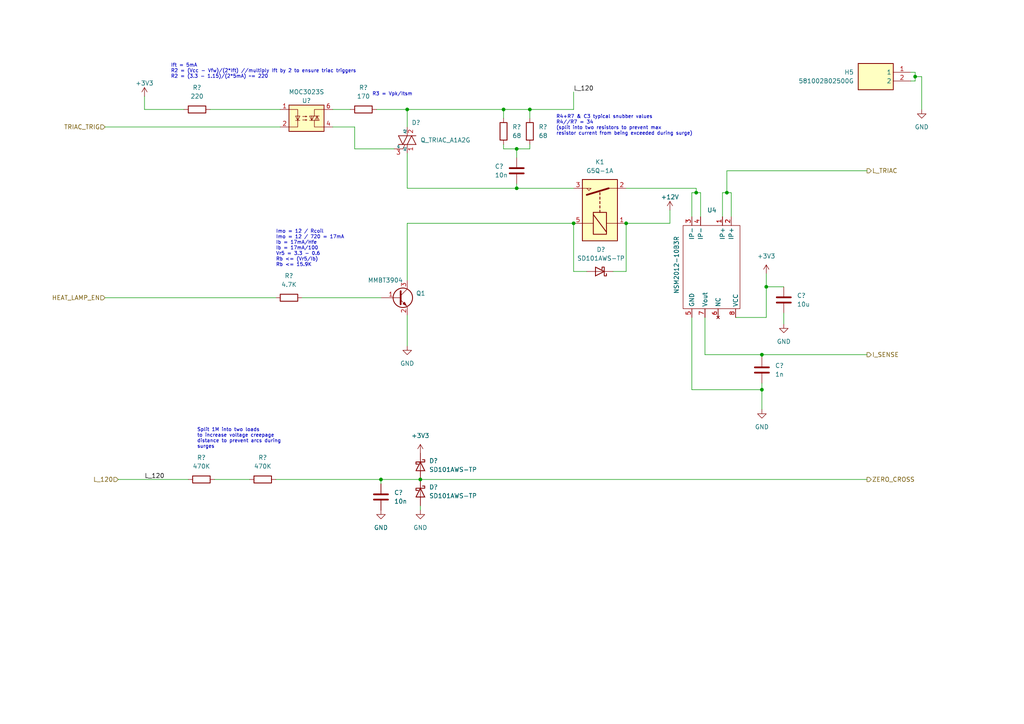
<source format=kicad_sch>
(kicad_sch (version 20230121) (generator eeschema)
  (paper "A4")
  (lib_symbols
    (symbol "BiltongBoard:581002B02500G"
      (property "Reference" "H" (at 16.51 7.62 0))
      (property "Value" "581002B02500G" (at 16.51 5.08 0))
      (symbol "581002B02500G_1_1"
        (rectangle (start 5.08 2.54) (end 15.24 -5.08) (stroke (width 0.254)) (fill (type background)))
        (pin passive line (at 0 0 0) (length 5.08) (name "1") (number "1"))
        (pin passive line (at 0 -2.54 0) (length 5.08) (name "2") (number "2"))
      )
    )
    (symbol "BiltongBoard:NSM2012-10B3R-DSPR"
      (property "Reference" "U*" (at 8.89 2.54 0))
      (symbol "NSM2012-10B3R-DSPR_0_1"
        (rectangle (start 0 0) (end 24.13 -16.51))
      )
      (symbol "NSM2012-10B3R-DSPR_1_1"
        (pin passive line (at 26.67 -11.43 180) (length 2.54) (name "IP+") (number "1"))
        (pin passive line (at 26.67 -13.97 180) (length 2.54) (name "IP+") (number "2"))
        (pin passive line (at 26.67 -2.54 180) (length 2.54) (name "IP-") (number "3"))
        (pin passive line (at 26.67 -5.08 180) (length 2.54) (name "IP-") (number "4"))
        (pin power_in line (at -2.54 -2.54 0) (length 2.54) (name "GND") (number "5"))
        (pin no_connect line (at -2.54 -10.16 0) (length 2.54) (name "NC") (number "6"))
        (pin output line (at -2.54 -6.35 0) (length 2.54) (name "Vout") (number "7"))
        (pin power_in line (at -2.54 -15.24 0) (length 2.54) (name "VCC") (number "8"))
      )
    )
    (symbol "Device:C" (pin_numbers hide) (pin_names (offset 0.254))
      (property "Reference" "C" (at 0.635 2.54 0))
      (property "Value" "C" (at 0.635 -2.54 0))
      (symbol "C_0_1"
        (polyline (pts (xy -2.032 -0.762) (xy 2.032 -0.762)) (stroke (width 0.508)))
        (polyline (pts (xy -2.032 0.762) (xy 2.032 0.762)) (stroke (width 0.508)))
      )
      (symbol "C_1_1"
        (pin passive line (at 0 3.81 270) (length 2.794) (name "~") (number "1"))
        (pin passive line (at 0 -3.81 90) (length 2.794) (name "~") (number "2"))
      )
    )
    (symbol "Device:D_Schottky" (pin_numbers hide) (pin_names (offset 1.016) hide)
      (property "Reference" "D" (at 0 2.54 0))
      (property "Value" "D_Schottky" (at 0 -2.54 0))
      (symbol "D_Schottky_0_1"
        (polyline (pts (xy 1.27 0) (xy -1.27 0)))
        (polyline (pts (xy 1.27 1.27) (xy 1.27 -1.27) (xy -1.27 0) (xy 1.27 1.27)) (stroke (width 0.254)))
        (polyline (pts (xy -1.905 0.635) (xy -1.905 1.27) (xy -1.27 1.27) (xy -1.27 -1.27) (xy -0.635 -1.27) (xy -0.635 -0.635)) (stroke (width 0.254)))
      )
      (symbol "D_Schottky_1_1"
        (pin passive line (at -3.81 0 0) (length 2.54) (name "K") (number "1"))
        (pin passive line (at 3.81 0 180) (length 2.54) (name "A") (number "2"))
      )
    )
    (symbol "Device:Q_TRIAC_A1A2G" (pin_names (offset 0))
      (property "Reference" "D" (at 3.175 0.635 0))
      (property "Value" "Q_TRIAC_A1A2G" (at 3.175 -1.27 0))
      (symbol "Q_TRIAC_A1A2G_0_1"
        (polyline (pts (xy -2.54 -1.27) (xy 2.54 -1.27)) (stroke (width 0.2032)))
        (polyline (pts (xy -2.54 1.27) (xy 2.54 1.27)) (stroke (width 0.2032)))
        (polyline (pts (xy -1.27 -2.54) (xy -0.635 -1.27)))
        (polyline (pts (xy -2.54 1.27) (xy -1.27 -1.27) (xy 0 1.27)) (stroke (width 0.2032)))
        (polyline (pts (xy 0 -1.27) (xy 1.27 1.27) (xy 2.54 -1.27)) (stroke (width 0.2032)))
      )
      (symbol "Q_TRIAC_A1A2G_1_1"
        (pin passive line (at 0 -3.81 90) (length 2.54) (name "A1") (number "1"))
        (pin passive line (at 0 3.81 270) (length 2.54) (name "A2") (number "2"))
        (pin input line (at -3.81 -2.54 0) (length 2.54) (name "G") (number "3"))
      )
    )
    (symbol "Device:R" (pin_numbers hide) (pin_names (offset 0))
      (property "Reference" "R" (at 2.032 0 90))
      (property "Value" "R" (at 0 0 90))
      (symbol "R_0_1"
        (rectangle (start -1.016 -2.54) (end 1.016 2.54) (stroke (width 0.254)))
      )
      (symbol "R_1_1"
        (pin passive line (at 0 3.81 270) (length 1.27) (name "~") (number "1"))
        (pin passive line (at 0 -3.81 90) (length 1.27) (name "~") (number "2"))
      )
    )
    (symbol "Relay:G5Q-1A"
      (property "Reference" "K" (at 8.89 3.81 0))
      (property "Value" "G5Q-1A" (at 8.89 1.27 0))
      (symbol "G5Q-1A_0_0"
        (polyline (pts (xy 5.08 5.08) (xy 5.08 2.54) (xy 4.445 3.175) (xy 5.08 3.81)))
      )
      (symbol "G5Q-1A_0_1"
        (rectangle (start -10.16 5.08) (end 7.62 -5.08) (stroke (width 0.254)) (fill (type background)))
        (rectangle (start -8.255 1.905) (end -1.905 -1.905) (stroke (width 0.254)))
        (polyline (pts (xy -7.62 -1.905) (xy -2.54 1.905)) (stroke (width 0.254)))
        (polyline (pts (xy -5.08 -5.08) (xy -5.08 -1.905)))
        (polyline (pts (xy -5.08 5.08) (xy -5.08 1.905)))
        (polyline (pts (xy -1.905 0) (xy -1.27 0)) (stroke (width 0.254)))
        (polyline (pts (xy -0.635 0) (xy 0 0)) (stroke (width 0.254)))
        (polyline (pts (xy 0.635 0) (xy 1.27 0)) (stroke (width 0.254)))
        (polyline (pts (xy 1.905 0) (xy 2.54 0)) (stroke (width 0.254)))
        (polyline (pts (xy 3.175 0) (xy 3.81 0)) (stroke (width 0.254)))
        (polyline (pts (xy 5.08 -2.54) (xy 3.175 3.81)) (stroke (width 0.508)))
        (polyline (pts (xy 5.08 -2.54) (xy 5.08 -5.08)))
      )
      (symbol "G5Q-1A_1_1"
        (pin passive line (at -5.08 -7.62 90) (length 2.54) (name "~") (number "1"))
        (pin passive line (at 5.08 -7.62 90) (length 2.54) (name "~") (number "2"))
        (pin passive line (at 5.08 7.62 270) (length 2.54) (name "~") (number "3"))
        (pin passive line (at -5.08 7.62 270) (length 2.54) (name "~") (number "5"))
      )
    )
    (symbol "Relay_SolidState:MOC3023M"
      (property "Reference" "U" (at -5.334 4.826 0))
      (property "Value" "MOC3023M" (at 0 5.08 0))
      (symbol "MOC3023M_0_1"
        (rectangle (start -5.08 3.81) (end 5.08 -3.81) (stroke (width 0.254)) (fill (type background)))
        (polyline (pts (xy -3.175 -0.635) (xy -1.905 -0.635)))
        (polyline (pts (xy 1.524 -0.635) (xy 1.524 0.635)))
        (polyline (pts (xy 3.048 0.635) (xy 3.048 -0.635)))
        (polyline (pts (xy 2.286 -0.635) (xy 2.286 -2.54) (xy 5.08 -2.54)))
        (polyline (pts (xy 2.286 0.635) (xy 2.286 2.54) (xy 5.08 2.54)))
        (polyline (pts (xy -5.08 2.54) (xy -2.54 2.54) (xy -2.54 -2.54) (xy -5.08 -2.54)))
        (polyline (pts (xy -2.54 -0.635) (xy -3.175 0.635) (xy -1.905 0.635) (xy -2.54 -0.635)))
        (polyline (pts (xy 0.889 -0.635) (xy 3.683 -0.635) (xy 3.048 0.635) (xy 2.413 -0.635)))
        (polyline (pts (xy 3.683 0.635) (xy 0.889 0.635) (xy 1.524 -0.635) (xy 2.159 0.635)))
        (polyline (pts (xy -1.143 -0.508) (xy 0.127 -0.508) (xy -0.254 -0.635) (xy -0.254 -0.381) (xy 0.127 -0.508)))
        (polyline (pts (xy -1.143 0.508) (xy 0.127 0.508) (xy -0.254 0.381) (xy -0.254 0.635) (xy 0.127 0.508)))
      )
      (symbol "MOC3023M_1_1"
        (pin passive line (at -7.62 2.54 0) (length 2.54) (name "~") (number "1"))
        (pin passive line (at -7.62 -2.54 0) (length 2.54) (name "~") (number "2"))
        (pin no_connect line (at -5.08 0 0) (length 2.54) hide (name "NC") (number "3"))
        (pin passive line (at 7.62 -2.54 180) (length 2.54) (name "~") (number "4"))
        (pin no_connect line (at 5.08 0 180) (length 2.54) hide (name "NC") (number "5"))
        (pin passive line (at 7.62 2.54 180) (length 2.54) (name "~") (number "6"))
      )
    )
    (symbol "Transistor_BJT:MMBT3904" (pin_names (offset 0) hide)
      (property "Reference" "Q" (at 5.08 1.905 0))
      (property "Value" "MMBT3904" (at 5.08 0 0))
      (symbol "MMBT3904_0_1"
        (polyline (pts (xy 0.635 0.635) (xy 2.54 2.54)))
        (polyline (pts (xy 0.635 -0.635) (xy 2.54 -2.54) (xy 2.54 -2.54)))
        (polyline (pts (xy 0.635 1.905) (xy 0.635 -1.905) (xy 0.635 -1.905)) (stroke (width 0.508)))
        (polyline (pts (xy 1.27 -1.778) (xy 1.778 -1.27) (xy 2.286 -2.286) (xy 1.27 -1.778) (xy 1.27 -1.778)) (fill (type outline)))
        (circle (center 1.27 0) (radius 2.8194) (stroke (width 0.254)))
      )
      (symbol "MMBT3904_1_1"
        (pin input line (at -5.08 0 0) (length 5.715) (name "B") (number "1"))
        (pin passive line (at 2.54 -5.08 90) (length 2.54) (name "E") (number "2"))
        (pin passive line (at 2.54 5.08 270) (length 2.54) (name "C") (number "3"))
      )
    )
    (symbol "power:+12V" (power) (pin_names (offset 0))
      (property "Value" "+12V" (at 0 3.556 0))
      (symbol "+12V_0_1"
        (polyline (pts (xy -0.762 1.27) (xy 0 2.54)))
        (polyline (pts (xy 0 0) (xy 0 2.54)))
        (polyline (pts (xy 0 2.54) (xy 0.762 1.27)))
      )
      (symbol "+12V_1_1"
        (pin power_in line (at 0 0 90) (length 0) hide (name "+12V") (number "1"))
      )
    )
    (symbol "power:+3V3" (power) (pin_names (offset 0))
      (property "Value" "+3V3" (at 0 3.556 0))
      (symbol "+3V3_0_1"
        (polyline (pts (xy -0.762 1.27) (xy 0 2.54)))
        (polyline (pts (xy 0 0) (xy 0 2.54)))
        (polyline (pts (xy 0 2.54) (xy 0.762 1.27)))
      )
      (symbol "+3V3_1_1"
        (pin power_in line (at 0 0 90) (length 0) hide (name "+3V3") (number "1"))
      )
    )
    (symbol "power:GND" (power) (pin_names (offset 0))
      (property "Value" "GND" (at 0 -3.81 0))
      (symbol "GND_0_1"
        (polyline (pts (xy 0 0) (xy 0 -1.27) (xy 1.27 -1.27) (xy 0 -2.54) (xy -1.27 -1.27) (xy 0 -1.27)))
      )
      (symbol "GND_1_1"
        (pin power_in line (at 0 0 270) (length 0) hide (name "GND") (number "1"))
      )
    )
  )
  (junction (at 149.86 43.18))
  (junction (at 222.25 83.185))
  (junction (at 149.86 54.61))
  (junction (at 181.61 64.77))
  (junction (at 210.82 55.88))
  (junction (at 265.43 22.225))
  (junction (at 220.98 113.03))
  (junction (at 220.98 102.87))
  (junction (at 166.37 64.77))
  (junction (at 118.11 31.75))
  (junction (at 201.93 55.88))
  (junction (at 110.49 139.065))
  (junction (at 146.05 31.75))
  (junction (at 153.67 31.75))
  (junction (at 121.92 139.065))
  (wire (pts (xy 227.33 83.185) (xy 222.25 83.185)))
  (wire (pts (xy 264.16 20.955) (xy 265.43 20.955)))
  (wire (pts (xy 201.93 55.88) (xy 203.2 55.88)))
  (wire (pts (xy 149.86 43.18) (xy 153.67 43.18)))
  (wire (pts (xy 118.11 91.44) (xy 118.11 100.33)))
  (wire (pts (xy 220.98 102.87) (xy 220.98 103.505)))
  (wire (pts (xy 149.86 54.61) (xy 166.37 54.61)))
  (wire (pts (xy 227.33 90.805) (xy 227.33 93.98)))
  (wire (pts (xy 41.91 27.94) (xy 41.91 31.75)))
  (wire (pts (xy 149.86 53.34) (xy 149.86 54.61)))
  (wire (pts (xy 41.91 31.75) (xy 53.34 31.75)))
  (wire (pts (xy 204.47 102.87) (xy 220.98 102.87)))
  (wire (pts (xy 194.31 60.96) (xy 194.31 64.77)))
  (wire (pts (xy 200.66 55.88) (xy 201.93 55.88)))
  (wire (pts (xy 170.18 78.74) (xy 166.37 78.74)))
  (wire (pts (xy 267.335 22.225) (xy 267.335 31.75)))
  (wire (pts (xy 265.43 20.955) (xy 265.43 22.225)))
  (wire (pts (xy 109.22 31.75) (xy 118.11 31.75)))
  (wire (pts (xy 30.48 86.36) (xy 80.01 86.36)))
  (wire (pts (xy 210.82 55.88) (xy 210.82 49.53)))
  (wire (pts (xy 209.55 55.88) (xy 209.55 62.865)))
  (wire (pts (xy 118.11 81.28) (xy 118.11 64.77)))
  (wire (pts (xy 110.49 139.065) (xy 110.49 140.335)))
  (wire (pts (xy 146.05 31.75) (xy 153.67 31.75)))
  (wire (pts (xy 146.05 41.91) (xy 146.05 43.18)))
  (wire (pts (xy 62.23 139.065) (xy 72.39 139.065)))
  (wire (pts (xy 60.96 31.75) (xy 81.28 31.75)))
  (wire (pts (xy 87.63 86.36) (xy 110.49 86.36)))
  (wire (pts (xy 153.67 31.75) (xy 166.37 31.75)))
  (wire (pts (xy 118.11 36.83) (xy 118.11 31.75)))
  (wire (pts (xy 220.98 113.03) (xy 220.98 118.745)))
  (wire (pts (xy 118.11 44.45) (xy 118.11 54.61)))
  (wire (pts (xy 265.43 23.495) (xy 264.16 23.495)))
  (wire (pts (xy 265.43 22.225) (xy 267.335 22.225)))
  (wire (pts (xy 102.87 36.83) (xy 96.52 36.83)))
  (wire (pts (xy 114.3 43.18) (xy 102.87 43.18)))
  (wire (pts (xy 201.93 54.61) (xy 201.93 55.88)))
  (wire (pts (xy 212.09 55.88) (xy 212.09 62.865)))
  (wire (pts (xy 210.82 49.53) (xy 251.46 49.53)))
  (wire (pts (xy 166.37 26.67) (xy 166.37 31.75)))
  (wire (pts (xy 181.61 54.61) (xy 201.93 54.61)))
  (wire (pts (xy 209.55 55.88) (xy 210.82 55.88)))
  (wire (pts (xy 96.52 31.75) (xy 101.6 31.75)))
  (wire (pts (xy 200.66 92.075) (xy 200.66 113.03)))
  (wire (pts (xy 102.87 36.83) (xy 102.87 43.18)))
  (wire (pts (xy 153.67 41.91) (xy 153.67 43.18)))
  (wire (pts (xy 80.01 139.065) (xy 110.49 139.065)))
  (wire (pts (xy 30.48 36.83) (xy 81.28 36.83)))
  (wire (pts (xy 220.98 111.125) (xy 220.98 113.03)))
  (wire (pts (xy 121.92 146.685) (xy 121.92 147.955)))
  (wire (pts (xy 181.61 64.77) (xy 181.61 78.74)))
  (wire (pts (xy 213.36 92.075) (xy 222.25 92.075)))
  (wire (pts (xy 118.11 31.75) (xy 146.05 31.75)))
  (wire (pts (xy 146.05 34.29) (xy 146.05 31.75)))
  (wire (pts (xy 149.86 43.18) (xy 146.05 43.18)))
  (wire (pts (xy 149.86 45.72) (xy 149.86 43.18)))
  (wire (pts (xy 203.2 55.88) (xy 203.2 62.865)))
  (wire (pts (xy 200.66 113.03) (xy 220.98 113.03)))
  (wire (pts (xy 177.8 78.74) (xy 181.61 78.74)))
  (wire (pts (xy 222.25 79.375) (xy 222.25 83.185)))
  (wire (pts (xy 34.29 139.065) (xy 54.61 139.065)))
  (wire (pts (xy 181.61 64.77) (xy 194.31 64.77)))
  (wire (pts (xy 222.25 83.185) (xy 222.25 92.075)))
  (wire (pts (xy 204.47 102.87) (xy 204.47 92.075)))
  (wire (pts (xy 265.43 22.225) (xy 265.43 23.495)))
  (wire (pts (xy 153.67 34.29) (xy 153.67 31.75)))
  (wire (pts (xy 200.66 62.865) (xy 200.66 55.88)))
  (wire (pts (xy 210.82 55.88) (xy 212.09 55.88)))
  (wire (pts (xy 166.37 78.74) (xy 166.37 64.77)))
  (wire (pts (xy 118.11 54.61) (xy 149.86 54.61)))
  (wire (pts (xy 121.92 139.065) (xy 251.46 139.065)))
  (wire (pts (xy 220.98 102.87) (xy 251.46 102.87)))
  (wire (pts (xy 110.49 139.065) (xy 121.92 139.065)))
  (wire (pts (xy 118.11 64.77) (xy 166.37 64.77)))
  (text "Split 1M into two loads\nto increase voltage creepage \ndistance to prevent arcs during\nsurges\n" (at 57.15 130.175 0) (effects (font (size 1 1)) (justify left bottom)))
  (text "R4+R7 & C3 typical snubber values\nR4//R7 = 34 \n(split into two resistors to prevent max \nresistor current from being exceeded during surge)" (at 161.29 39.37 0) (effects (font (size 1 1)) (justify left bottom)))
  (text "Imo = 12 / Rcoil \nImo = 12 / 720 = 17mA\nIb = 17mA/Hfe \nIb = 17mA/100  \nVr5 = 3.3 - 0.6 \nRb <= (Vr5/Ib) \nRb <= 15.9K" (at 80.01 77.47 0) (effects (font (size 1 1)) (justify left bottom)))
  (text "R3 = Vpk/Itsm" (at 107.95 27.94 0) (effects (font (size 1 1)) (justify left bottom)))
  (text "Ift = 5mA\nR2 = (Vcc - Vfw)/(2*Ift) //multiply Ift by 2 to ensure triac triggers\nR2 = (3.3 - 1.15)/(2*5mA) ~= 220\n" (at 49.53 22.86 0) (effects (font (size 1 1)) (justify left bottom)))
  (label "L_120" (at 166.37 26.67 0))
  (label "L_120" (at 41.91 139.065 0))
  (hierarchical_label "I_SENSE" (shape output) (at 251.46 102.87 0))
  (hierarchical_label "L_120" (shape input) (at 34.29 139.065 180))
  (hierarchical_label "ZERO_CROSS" (shape output) (at 251.46 139.065 0))
  (hierarchical_label "TRIAC_TRIG" (shape input) (at 30.48 36.83 180))
  (hierarchical_label "L_TRIAC" (shape output) (at 251.46 49.53 0))
  (hierarchical_label "HEAT_LAMP_EN" (shape input) (at 30.48 86.36 180))
  (symbol (lib_id "Relay_SolidState:MOC3023M") (at 88.9 34.29 0) (unit 1)
    (property "Reference" "U?" (at 88.9 29.21 0))
    (property "Value" "MOC3023S" (at 88.9 26.67 0))
    (property "Footprint" "Package_DIP:DIP-6_W8.89mm_SMDSocket_LongPads" (effects hide))
    (property "Datasheet" "https://www.digikey.ca/en/products/detail/liteon/MOC3023S/385849" (effects hide))
    (instances (project "biltong_board_main" (path "" (reference "U?") (unit 1)) (path "" (reference "U2") (unit 1))))
  )
  (symbol (lib_id "power:+3V3") (at 41.91 27.94 0) (unit 1)
    (property "Reference" "#PWR?" (effects hide))
    (property "Value" "+3V3" (at 41.91 24.13 0))
    (instances (project "biltong_board_main" (path "" (reference "#PWR?") (unit 1)) (path "" (reference "#PWR06") (unit 1))))
  )
  (symbol (lib_id "Device:R") (at 76.2 139.065 90) (unit 1)
    (property "Reference" "R?" (at 76.2 132.715 90))
    (property "Value" "470K" (at 76.2 135.255 90))
    (property "Footprint" "Resistor_SMD:R_2010_5025Metric" (effects hide))
    (instances (project "biltong_board_main" (path "" (reference "R?") (unit 1)) (path "" (reference "R6") (unit 1))))
  )
  (symbol (lib_id "Device:C") (at 149.86 49.53 0) (unit 1)
    (property "Reference" "C?" (at 143.51 48.26 0) (effects (justify left)))
    (property "Value" "10n" (at 143.51 50.8 0) (effects (justify left)))
    (property "Footprint" "Capacitor_THT:C_Rect_L13.0mm_W5.0mm_P10.00mm_FKS3_FKP3_MKS4" (effects hide))
    (property "Datasheet" "https://www.digikey.ca/en/products/detail/w%C3%BCrth-elektronik/890334023006CS/5038849" (effects hide))
    (instances (project "biltong_board_main" (path "" (reference "C?") (unit 1)) (path "" (reference "C3") (unit 1))))
  )
  (symbol (lib_id "Device:D_Schottky") (at 121.92 135.255 270) (unit 1)
    (property "Reference" "D?" (at 124.46 133.6675 90) (effects (justify left)))
    (property "Value" "SD101AWS-TP" (at 124.46 136.2075 90) (effects (justify left)))
    (property "Footprint" "Diode_SMD:D_SOD-323" (effects hide))
    (property "Datasheet" "https://www.digikey.com/en/products/detail/micro-commercial-co/SD101AWS-TP/717300" (effects hide))
    (instances (project "biltong_board_main" (path "" (reference "D?") (unit 1)) (path "" (reference "D1") (unit 1))))
  )
  (symbol (lib_id "Device:C") (at 110.49 144.145 0) (unit 1)
    (property "Reference" "C?" (at 114.3 142.875 0) (effects (justify left)))
    (property "Value" "10n" (at 114.3 145.415 0) (effects (justify left)))
    (property "Footprint" "Capacitor_SMD:C_0603_1608Metric" (effects hide))
    (instances (project "biltong_board_main" (path "" (reference "C?") (unit 1)) (path "" (reference "C2") (unit 1))))
  )
  (symbol (lib_id "Transistor_BJT:MMBT3904") (at 115.57 86.36 0) (unit 1)
    (property "Reference" "Q1" (at 120.65 85.09 0) (effects (justify left)))
    (property "Value" "MMBT3904" (at 106.68 81.28 0) (effects (justify left)))
    (property "Footprint" "Package_TO_SOT_SMD:SOT-23" (effects hide))
    (property "Datasheet" "https://www.onsemi.com/pub/Collateral/2N3903-D.PDF" (effects hide))
  )
  (symbol (lib_id "Device:R") (at 105.41 31.75 90) (unit 1)
    (property "Reference" "R?" (at 105.41 25.4 90))
    (property "Value" "170" (at 105.41 27.94 90))
    (property "Footprint" "Resistor_SMD:R_2010_5025Metric" (effects hide))
    (instances (project "biltong_board_main" (path "" (reference "R?") (unit 1)) (path "" (reference "R3") (unit 1))))
  )
  (symbol (lib_id "Device:R") (at 57.15 31.75 90) (unit 1)
    (property "Reference" "R?" (at 57.15 25.4 90))
    (property "Value" "220" (at 57.15 27.94 90))
    (property "Footprint" "Resistor_SMD:R_0603_1608Metric" (effects hide))
    (instances (project "biltong_board_main" (path "" (reference "R?") (unit 1)) (path "" (reference "R2") (unit 1))))
  )
  (symbol (lib_id "BiltongBoard:NSM2012-10B3R-DSPR") (at 198.12 89.535 90) (unit 1)
    (property "Reference" "U4" (at 205.105 60.96 90) (effects (justify right)))
    (property "Value" "NSM2012-10B3R" (at 196.215 76.835 0))
    (property "Footprint" "Package_SO:SOIC-8_3.9x4.9mm_P1.27mm" (effects hide))
    (property "Datasheet" "https://www.digikey.ca/en/products/detail/novosense/NSM2012-10B3R-DSPR/22188770" (effects hide))
  )
  (symbol (lib_id "Device:R") (at 58.42 139.065 90) (unit 1)
    (property "Reference" "R?" (at 58.42 132.715 90))
    (property "Value" "470K" (at 58.42 135.255 90))
    (property "Footprint" "Resistor_SMD:R_2010_5025Metric" (effects hide))
    (instances (project "biltong_board_main" (path "" (reference "R?") (unit 1)) (path "" (reference "R1") (unit 1))))
  )
  (symbol (lib_id "Device:D_Schottky") (at 173.99 78.74 180) (unit 1)
    (property "Reference" "D?" (at 174.3075 72.39 0))
    (property "Value" "SD101AWS-TP" (at 174.3075 74.93 0))
    (property "Footprint" "Diode_SMD:D_SOD-323" (effects hide))
    (property "Datasheet" "https://www.digikey.com/en/products/detail/micro-commercial-co/SD101AWS-TP/717300" (effects hide))
    (instances (project "biltong_board_main" (path "" (reference "D?") (unit 1)) (path "" (reference "D4") (unit 1))))
  )
  (symbol (lib_id "power:GND") (at 227.33 93.98 0) (unit 1)
    (property "Reference" "#PWR02" (effects hide))
    (property "Value" "GND" (at 227.33 99.06 0))
    (instances (project "biltong_board_main" (path "" (reference "#PWR02") (unit 1)) (path "" (reference "#PWR066") (unit 1))))
  )
  (symbol (lib_id "power:GND") (at 118.11 100.33 0) (unit 1)
    (property "Reference" "#PWR02" (effects hide))
    (property "Value" "GND" (at 118.11 105.41 0))
    (instances (project "biltong_board_main" (path "" (reference "#PWR02") (unit 1)) (path "" (reference "#PWR010") (unit 1))))
  )
  (symbol (lib_id "Relay:G5Q-1A") (at 173.99 59.69 90) (unit 1)
    (property "Reference" "K1" (at 173.99 46.99 90))
    (property "Value" "G5Q-1A" (at 173.99 49.53 90))
    (property "Footprint" "BiltongBoardLib:Relay_SPST_Omron-G5Q-1A_w_model" (effects hide))
    (property "Datasheet" "https://www.omron.com/ecb/products/pdf/en-g5q.pdf" (effects hide))
  )
  (symbol (lib_id "power:+3V3") (at 121.92 131.445 0) (unit 1)
    (property "Reference" "#PWR?" (effects hide))
    (property "Value" "+3V3" (at 121.92 126.365 0))
    (instances (project "biltong_board_main" (path "" (reference "#PWR?") (unit 1)) (path "" (reference "#PWR08") (unit 1))))
  )
  (symbol (lib_id "Device:R") (at 146.05 38.1 180) (unit 1)
    (property "Reference" "R?" (at 148.59 36.83 0) (effects (justify right)))
    (property "Value" "68" (at 148.59 39.37 0) (effects (justify right)))
    (property "Footprint" "Resistor_SMD:R_2010_5025Metric" (effects hide))
    (instances (project "biltong_board_main" (path "" (reference "R?") (unit 1)) (path "" (reference "R4") (unit 1))))
  )
  (symbol (lib_id "Device:R") (at 83.82 86.36 90) (unit 1)
    (property "Reference" "R?" (at 83.82 80.01 90))
    (property "Value" "4.7K" (at 83.82 82.55 90))
    (property "Footprint" "Resistor_SMD:R_0603_1608Metric" (effects hide))
    (instances (project "biltong_board_main" (path "" (reference "R?") (unit 1)) (path "" (reference "R5") (unit 1))))
  )
  (symbol (lib_id "Device:C") (at 227.33 86.995 0) (unit 1)
    (property "Reference" "C?" (at 231.14 85.725 0) (effects (justify left)))
    (property "Value" "10u" (at 231.14 88.265 0) (effects (justify left)))
    (property "Footprint" "Capacitor_SMD:C_0603_1608Metric" (effects hide))
    (property "Datasheet" "https://www.digikey.ca/en/products/detail/samsung-electro-mechanics/CL10A106MQ8NNNC/3886777" (effects hide))
    (instances (project "biltong_board_main" (path "" (reference "C?") (unit 1)) (path "" (reference "C21") (unit 1))))
  )
  (symbol (lib_id "power:GND") (at 110.49 147.955 0) (unit 1)
    (property "Reference" "#PWR02" (effects hide))
    (property "Value" "GND" (at 110.49 153.035 0))
    (instances (project "biltong_board_main" (path "" (reference "#PWR02") (unit 1)) (path "" (reference "#PWR09") (unit 1))))
  )
  (symbol (lib_id "power:GND") (at 121.92 147.955 0) (unit 1)
    (property "Reference" "#PWR02" (effects hide))
    (property "Value" "GND" (at 121.92 153.035 0))
    (instances (project "biltong_board_main" (path "" (reference "#PWR02") (unit 1)) (path "" (reference "#PWR07") (unit 1))))
  )
  (symbol (lib_id "power:GND") (at 220.98 118.745 0) (unit 1)
    (property "Reference" "#PWR02" (effects hide))
    (property "Value" "GND" (at 220.98 123.825 0))
    (instances (project "biltong_board_main" (path "" (reference "#PWR02") (unit 1)) (path "" (reference "#PWR067") (unit 1))))
  )
  (symbol (lib_id "power:GND") (at 267.335 31.75 0) (unit 1)
    (property "Reference" "#PWR02" (effects hide))
    (property "Value" "GND" (at 267.335 36.83 0))
    (instances (project "biltong_board_main" (path "" (reference "#PWR02") (unit 1)) (path "" (reference "#PWR069") (unit 1))))
  )
  (symbol (lib_id "power:+12V") (at 194.31 60.96 0) (unit 1)
    (property "Reference" "#PWR011" (effects hide))
    (property "Value" "+12V" (at 194.31 57.15 0))
  )
  (symbol (lib_id "Device:C") (at 220.98 107.315 0) (unit 1)
    (property "Reference" "C?" (at 224.79 106.045 0) (effects (justify left)))
    (property "Value" "1n" (at 224.79 108.585 0) (effects (justify left)))
    (property "Footprint" "Capacitor_SMD:C_0603_1608Metric" (effects hide))
    (property "Datasheet" "https://www.digikey.ca/en/products/detail/kemet/C0603C102K5RACTU/411081" (effects hide))
    (instances (project "biltong_board_main" (path "" (reference "C?") (unit 1)) (path "" (reference "C22") (unit 1))))
  )
  (symbol (lib_id "Device:Q_TRIAC_A1A2G") (at 118.11 40.64 0) (unit 1)
    (property "Reference" "D?" (at 119.38 35.56 0) (effects (justify left)))
    (property "Value" "Q_TRIAC_A1A2G" (at 121.92 40.64 0) (effects (justify left)))
    (property "Footprint" "Package_TO_SOT_THT:TO-220-3_Vertical" (effects hide))
    (property "Datasheet" "https://www.digikey.com/en/products/detail/ween-semiconductors/BTA206X-800CT-127/2779853" (effects hide))
    (instances (project "biltong_board_main" (path "" (reference "D?") (unit 1)) (path "" (reference "D3") (unit 1))))
  )
  (symbol (lib_id "power:+3V3") (at 222.25 79.375 0) (unit 1)
    (property "Reference" "#PWR?" (effects hide))
    (property "Value" "+3V3" (at 222.25 74.295 0))
    (instances (project "biltong_board_main" (path "" (reference "#PWR?") (unit 1)) (path "" (reference "#PWR065") (unit 1))))
  )
  (symbol (lib_id "Device:R") (at 153.67 38.1 180) (unit 1)
    (property "Reference" "R?" (at 156.21 36.83 0) (effects (justify right)))
    (property "Value" "68" (at 156.21 39.37 0) (effects (justify right)))
    (property "Footprint" "Resistor_SMD:R_2010_5025Metric" (effects hide))
    (instances (project "biltong_board_main" (path "" (reference "R?") (unit 1)) (path "" (reference "R7") (unit 1))))
  )
  (symbol (lib_id "Device:D_Schottky") (at 121.92 142.875 270) (unit 1)
    (property "Reference" "D?" (at 124.46 141.2875 90) (effects (justify left)))
    (property "Value" "SD101AWS-TP" (at 124.46 143.8275 90) (effects (justify left)))
    (property "Footprint" "Diode_SMD:D_SOD-323" (effects hide))
    (property "Datasheet" "https://www.digikey.com/en/products/detail/micro-commercial-co/SD101AWS-TP/717300" (effects hide))
    (instances (project "biltong_board_main" (path "" (reference "D?") (unit 1)) (path "" (reference "D2") (unit 1))))
  )
  (symbol (lib_id "BiltongBoard:581002B02500G") (at 264.16 20.955 0) (mirror y) (unit 1)
    (property "Reference" "H5" (at 247.65 20.955 0) (effects (justify left)))
    (property "Value" "581002B02500G" (at 247.65 23.495 0) (effects (justify left)))
    (property "Footprint" "BiltongBoardLib:HSINK_581002B02500G" (effects hide))
    (property "Datasheet" "https://www.digikey.ca/en/products/detail/boyd-laconia,-llc/581002B02500G/1216391?utm_adgroup=&utm_source=google&utm_medium=cpc&utm_campaign=PMax%20Product_Medium%20ROAS%20Categories&utm_term=&productid=1216391&utm_content=&utm_id=go_cmp-20291741266_adg-_ad-__dev-c_ext-_prd-1216391_sig-CjwKCAjw9p24BhB_EiwA8ID5BlW_YgMOllmkGtcfHg7A3KpRqyWCpoNpV96IIMJXDKDZRuOMo_1otxoCeIAQAvD_BwE&gad_source=1&gclid=CjwKCAjw9p24BhB_EiwA8ID5BlW_YgMOllmkGtcfHg7A3KpRqyWCpoNpV96IIMJXDKDZRuOMo_1otxoCeIAQAvD_BwE" (effects hide))
    (property "Height" "25.4" (effects hide))
    (property "Mouser Part Number" "532-581002B02500G" (effects hide))
    (property "Mouser Price/Stock" "https://www.mouser.co.uk/ProductDetail/Aavid/581002B02500G?qs=i82%252BPC3tdLOGMQaV7dyniA%3D%3D" (effects hide))
    (property "Manufacturer_Name" "Aavid Thermalloy" (effects hide))
    (property "Manufacturer_Part_Number" "581002B02500G" (effects hide))
  )
)
</source>
